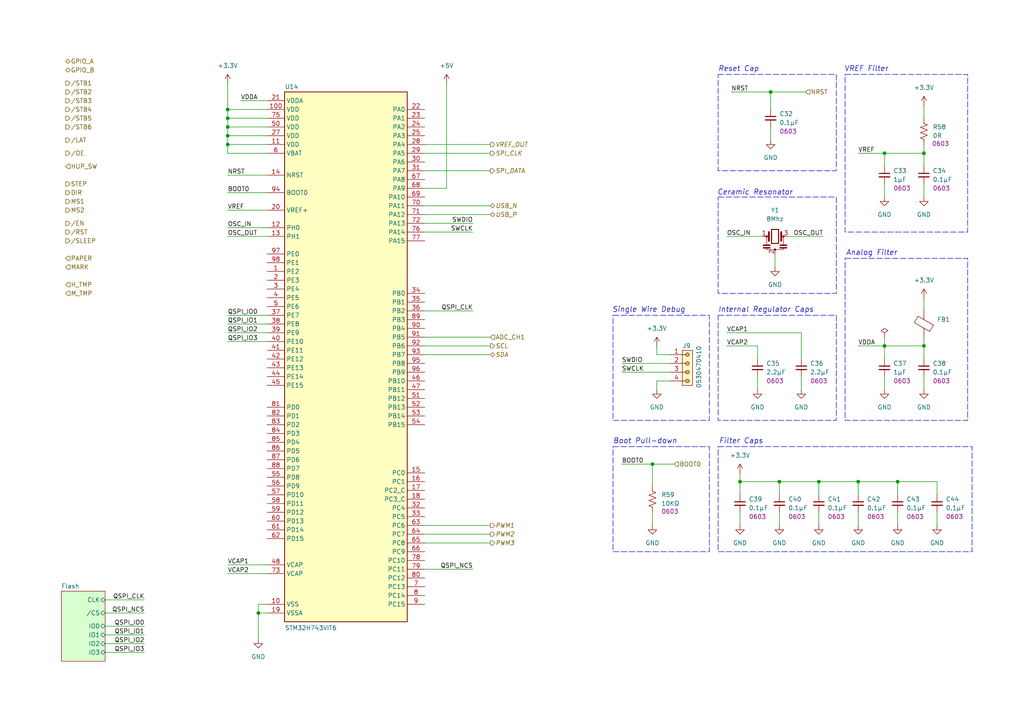
<source format=kicad_sch>
(kicad_sch (version 20250114) (generator "eeschema") (generator_version "9.0")
  (paper "A4")
  (title_block (title "Lark Print Engine") (date "2025-10-08") (rev "01.00.01") (comment 1 "Thermal Print Engine") (comment 2 "Designer: HamSlices") (comment 3 "The Lark Project"))
  (lib_symbols
    (symbol "Molex:0530470410" (pin_names (offset 1.016) (hide yes))
      (property "Reference" "J" (at -1.27 2.286 0))
      (property "Value" "0530470410" (at 0.254 -10.414 0))
      (symbol "0530470410_0_1"
        (polyline (pts (xy 0.508 0) (xy 1.27 0)))
        (polyline (pts (xy 0.508 -5.08) (xy 1.27 -5.08)))
        (polyline (pts (xy 1.27 -2.54) (xy 0.508 -2.54)))
        (polyline (pts (xy 1.27 -7.62) (xy 0.508 -7.62)))
      )
      (symbol "0530470410_1_1"
        (rectangle (start -1.524 1.27) (end 1.524 -8.89) (fill (type background)))
        (circle (center 0 0) (radius 0.508) (fill (type color) (color 255 170 149 1)))
        (circle (center 0 -2.54) (radius 0.508) (fill (type color) (color 255 169 150 1)))
        (circle (center 0 -5.08) (radius 0.508) (fill (type color) (color 255 170 149 1)))
        (circle (center 0 -7.62) (radius 0.508) (fill (type color) (color 255 169 150 1)))
        (pin passive line (at 5.08 0 180) (length 3.81) (name "Pin_1") (number "1"))
        (pin passive line (at 5.08 -2.54 180) (length 3.81) (name "Pin_2") (number "2"))
        (pin passive line (at 5.08 -5.08 180) (length 3.81) (name "Pin_3") (number "3"))
        (pin passive line (at 5.08 -7.62 180) (length 3.81) (name "Pin_4") (number "4"))
      )
    )
    (symbol "Murata Electronics:CSTNE8M00G550000R0" (pin_names (offset 1.016) (hide yes))
      (property "Reference" "Y" (at 0 5.715 0))
      (property "Value" "8Mhz" (at 0 3.81 0))
      (symbol "CSTNE8M00G550000R0_0_1"
        (rectangle (start -3.429 -2.413) (end -1.397 -2.667) (fill (type outline)))
        (rectangle (start -3.429 -3.175) (end -1.397 -3.429) (fill (type outline)))
        (circle (center -2.413 0) (radius 0.254) (fill (type outline)))
        (polyline (pts (xy -2.413 -2.413) (xy -2.413 0)))
        (polyline (pts (xy -1.905 0) (xy -3.175 0)))
        (polyline (pts (xy -1.778 -1.27) (xy -1.778 1.27)) (stroke (width 0.508)))
        (rectangle (start -1.016 2.032) (end 1.016 -2.032) (stroke (width 0.3048)))
        (circle (center 0 -3.81) (radius 0.254) (fill (type outline)))
        (rectangle (start 1.397 -2.413) (end 3.429 -2.667) (fill (type outline)))
        (rectangle (start 1.397 -3.175) (end 3.429 -3.429) (fill (type outline)))
        (polyline (pts (xy 1.778 -1.27) (xy 1.778 1.27)) (stroke (width 0.508)))
        (polyline (pts (xy 1.905 0) (xy 2.54 0)))
        (polyline (pts (xy 2.413 0) (xy 2.413 -2.54)))
        (circle (center 2.413 0) (radius 0.254) (fill (type outline)))
        (polyline (pts (xy 2.413 -3.302) (xy 2.413 -3.81) (xy -2.413 -3.81) (xy -2.413 -3.302)))
      )
      (symbol "CSTNE8M00G550000R0_1_1"
        (pin passive line (at -3.81 0 0) (length 1.27) (name "1") (number "1"))
        (pin passive line (at 0 -5.08 90) (length 1.27) (name "2") (number "2"))
        (pin passive line (at 3.81 0 180) (length 1.27) (name "3") (number "3"))
      )
    )
    (symbol "Murata Electronics:Capacitor" (pin_numbers (hide yes)) (pin_names (offset 0.254) (hide yes))
      (property "Reference" "C" (at 0.254 1.778 0))
      (property "Value" "Capacitor" (at 0.254 -2.032 0))
      (symbol "Capacitor_0_1"
        (polyline (pts (xy -1.524 0.508) (xy 1.524 0.508)) (stroke (width 0.3048)))
        (polyline (pts (xy -1.524 -0.508) (xy 1.524 -0.508)) (stroke (width 0.3302)))
      )
      (symbol "Capacitor_1_1"
        (pin passive line (at 0 2.54 270) (length 2.032) (name "~") (number "1"))
        (pin passive line (at 0 -2.54 90) (length 2.032) (name "~") (number "2"))
      )
    )
    (symbol "STMicroelectronics:STM32H743VIT6"
      (property "Reference" "U" (at -18.034 89.154 0))
      (property "Value" "STM32H743VIT6" (at -17.272 -68.072 0))
      (symbol "STM32H743VIT6_0_1"
        (rectangle (start -17.78 87.63) (end 17.78 -66.04) (stroke (width 0.254)) (fill (type background)))
      )
      (symbol "STM32H743VIT6_1_1"
        (pin power_in line (at -22.86 85.09 0) (length 5.08) (name "VDDA") (number "21"))
        (pin power_in line (at -22.86 82.55 0) (length 5.08) (name "VDD") (number "100"))
        (pin power_in line (at -22.86 80.01 0) (length 5.08) (name "VDD") (number "75"))
        (pin power_in line (at -22.86 77.47 0) (length 5.08) (name "VDD") (number "50"))
        (pin power_in line (at -22.86 74.93 0) (length 5.08) (name "VDD") (number "27"))
        (pin power_in line (at -22.86 72.39 0) (length 5.08) (name "VDD") (number "11"))
        (pin power_in line (at -22.86 69.85 0) (length 5.08) (name "VBAT") (number "6"))
        (pin input line (at -22.86 63.5 0) (length 5.08) (name "NRST") (number "14"))
        (pin input line (at -22.86 58.42 0) (length 5.08) (name "BOOT0") (number "94"))
        (pin input line (at -22.86 53.34 0) (length 5.08) (name "VREF+") (number "20"))
        (pin bidirectional line (at -22.86 48.26 0) (length 5.08) (name "PH0") (number "12"))
        (pin bidirectional line (at -22.86 45.72 0) (length 5.08) (name "PH1") (number "13"))
        (pin bidirectional line (at -22.86 40.64 0) (length 5.08) (name "PE0") (number "97"))
        (pin bidirectional line (at -22.86 38.1 0) (length 5.08) (name "PE1") (number "98"))
        (pin bidirectional line (at -22.86 35.56 0) (length 5.08) (name "PE2") (number "1"))
        (pin bidirectional line (at -22.86 33.02 0) (length 5.08) (name "PE3") (number "2"))
        (pin bidirectional line (at -22.86 30.48 0) (length 5.08) (name "PE4") (number "3"))
        (pin bidirectional line (at -22.86 27.94 0) (length 5.08) (name "PE5") (number "4"))
        (pin bidirectional line (at -22.86 25.4 0) (length 5.08) (name "PE6") (number "5"))
        (pin bidirectional line (at -22.86 22.86 0) (length 5.08) (name "PE7") (number "37"))
        (pin bidirectional line (at -22.86 20.32 0) (length 5.08) (name "PE8") (number "38"))
        (pin bidirectional line (at -22.86 17.78 0) (length 5.08) (name "PE9") (number "39"))
        (pin bidirectional line (at -22.86 15.24 0) (length 5.08) (name "PE10") (number "40"))
        (pin bidirectional line (at -22.86 12.7 0) (length 5.08) (name "PE11") (number "41"))
        (pin bidirectional line (at -22.86 10.16 0) (length 5.08) (name "PE12") (number "42"))
        (pin bidirectional line (at -22.86 7.62 0) (length 5.08) (name "PE13") (number "43"))
        (pin bidirectional line (at -22.86 5.08 0) (length 5.08) (name "PE14") (number "44"))
        (pin bidirectional line (at -22.86 2.54 0) (length 5.08) (name "PE15") (number "45"))
        (pin bidirectional line (at -22.86 -3.81 0) (length 5.08) (name "PD0") (number "81"))
        (pin bidirectional line (at -22.86 -6.35 0) (length 5.08) (name "PD1") (number "82"))
        (pin bidirectional line (at -22.86 -8.89 0) (length 5.08) (name "PD2") (number "83"))
        (pin bidirectional line (at -22.86 -11.43 0) (length 5.08) (name "PD3") (number "84"))
        (pin bidirectional line (at -22.86 -13.97 0) (length 5.08) (name "PD4") (number "85"))
        (pin bidirectional line (at -22.86 -16.51 0) (length 5.08) (name "PD5") (number "86"))
        (pin bidirectional line (at -22.86 -19.05 0) (length 5.08) (name "PD6") (number "87"))
        (pin bidirectional line (at -22.86 -21.59 0) (length 5.08) (name "PD7") (number "88"))
        (pin bidirectional line (at -22.86 -24.13 0) (length 5.08) (name "PD8") (number "55"))
        (pin bidirectional line (at -22.86 -26.67 0) (length 5.08) (name "PD9") (number "56"))
        (pin bidirectional line (at -22.86 -29.21 0) (length 5.08) (name "PD10") (number "57"))
        (pin bidirectional line (at -22.86 -31.75 0) (length 5.08) (name "PD11") (number "58"))
        (pin bidirectional line (at -22.86 -34.29 0) (length 5.08) (name "PD12") (number "59"))
        (pin bidirectional line (at -22.86 -36.83 0) (length 5.08) (name "PD13") (number "60"))
        (pin bidirectional line (at -22.86 -39.37 0) (length 5.08) (name "PD14") (number "61"))
        (pin bidirectional line (at -22.86 -41.91 0) (length 5.08) (name "PD15") (number "62"))
        (pin power_out line (at -22.86 -49.53 0) (length 5.08) (name "VCAP") (number "48"))
        (pin power_out line (at -22.86 -52.07 0) (length 5.08) (name "VCAP") (number "73"))
        (pin power_in line (at -22.86 -60.96 0) (length 5.08) (name "VSS") (number "10"))
        (pin passive line (at -22.86 -60.96 0) (length 5.08) (hide yes) (name "VSS") (number "26"))
        (pin passive line (at -22.86 -60.96 0) (length 5.08) (hide yes) (name "VSS") (number "49"))
        (pin passive line (at -22.86 -60.96 0) (length 5.08) (hide yes) (name "VSS") (number "74"))
        (pin passive line (at -22.86 -60.96 0) (length 5.08) (hide yes) (name "VSS") (number "99"))
        (pin power_in line (at -22.86 -63.5 0) (length 5.08) (name "VSSA") (number "19"))
        (pin bidirectional line (at 22.86 82.55 180) (length 5.08) (name "PA0") (number "22"))
        (pin bidirectional line (at 22.86 80.01 180) (length 5.08) (name "PA1") (number "23"))
        (pin bidirectional line (at 22.86 77.47 180) (length 5.08) (name "PA2") (number "24"))
        (pin bidirectional line (at 22.86 74.93 180) (length 5.08) (name "PA3") (number "25"))
        (pin bidirectional line (at 22.86 72.39 180) (length 5.08) (name "PA4") (number "28"))
        (pin bidirectional line (at 22.86 69.85 180) (length 5.08) (name "PA5") (number "29"))
        (pin bidirectional line (at 22.86 67.31 180) (length 5.08) (name "PA6") (number "30"))
        (pin bidirectional line (at 22.86 64.77 180) (length 5.08) (name "PA7") (number "31"))
        (pin bidirectional line (at 22.86 62.23 180) (length 5.08) (name "PA8") (number "67"))
        (pin bidirectional line (at 22.86 59.69 180) (length 5.08) (name "PA9") (number "68"))
        (pin bidirectional line (at 22.86 57.15 180) (length 5.08) (name "PA10") (number "69"))
        (pin bidirectional line (at 22.86 54.61 180) (length 5.08) (name "PA11") (number "70"))
        (pin bidirectional line (at 22.86 52.07 180) (length 5.08) (name "PA12") (number "71"))
        (pin bidirectional line (at 22.86 49.53 180) (length 5.08) (name "PA13") (number "72"))
        (pin bidirectional line (at 22.86 46.99 180) (length 5.08) (name "PA14") (number "76"))
        (pin bidirectional line (at 22.86 44.45 180) (length 5.08) (name "PA15") (number "77"))
        (pin bidirectional line (at 22.86 29.21 180) (length 5.08) (name "PB0") (number "34"))
        (pin bidirectional line (at 22.86 26.67 180) (length 5.08) (name "PB1") (number "35"))
        (pin bidirectional line (at 22.86 24.13 180) (length 5.08) (name "PB2") (number "36"))
        (pin bidirectional line (at 22.86 21.59 180) (length 5.08) (name "PB3") (number "89"))
        (pin bidirectional line (at 22.86 19.05 180) (length 5.08) (name "PB4") (number "90"))
        (pin bidirectional line (at 22.86 16.51 180) (length 5.08) (name "PB5") (number "91"))
        (pin bidirectional line (at 22.86 13.97 180) (length 5.08) (name "PB6") (number "92"))
        (pin bidirectional line (at 22.86 11.43 180) (length 5.08) (name "PB7") (number "93"))
        (pin bidirectional line (at 22.86 8.89 180) (length 5.08) (name "PB8") (number "95"))
        (pin bidirectional line (at 22.86 6.35 180) (length 5.08) (name "PB9") (number "96"))
        (pin bidirectional line (at 22.86 3.81 180) (length 5.08) (name "PB10") (number "46"))
        (pin bidirectional line (at 22.86 1.27 180) (length 5.08) (name "PB11") (number "47"))
        (pin bidirectional line (at 22.86 -1.27 180) (length 5.08) (name "PB12") (number "51"))
        (pin bidirectional line (at 22.86 -3.81 180) (length 5.08) (name "PB13") (number "52"))
        (pin bidirectional line (at 22.86 -6.35 180) (length 5.08) (name "PB14") (number "53"))
        (pin bidirectional line (at 22.86 -8.89 180) (length 5.08) (name "PB15") (number "54"))
        (pin bidirectional line (at 22.86 -22.86 180) (length 5.08) (name "PC0") (number "15"))
        (pin bidirectional line (at 22.86 -25.4 180) (length 5.08) (name "PC1") (number "16"))
        (pin bidirectional line (at 22.86 -27.94 180) (length 5.08) (name "PC2_C") (number "17"))
        (pin bidirectional line (at 22.86 -30.48 180) (length 5.08) (name "PC3_C") (number "18"))
        (pin bidirectional line (at 22.86 -33.02 180) (length 5.08) (name "PC4") (number "32"))
        (pin bidirectional line (at 22.86 -35.56 180) (length 5.08) (name "PC5") (number "33"))
        (pin bidirectional line (at 22.86 -38.1 180) (length 5.08) (name "PC6") (number "63"))
        (pin bidirectional line (at 22.86 -40.64 180) (length 5.08) (name "PC7") (number "64"))
        (pin bidirectional line (at 22.86 -43.18 180) (length 5.08) (name "PC8") (number "65"))
        (pin bidirectional line (at 22.86 -45.72 180) (length 5.08) (name "PC9") (number "66"))
        (pin bidirectional line (at 22.86 -48.26 180) (length 5.08) (name "PC10") (number "78"))
        (pin bidirectional line (at 22.86 -50.8 180) (length 5.08) (name "PC11") (number "79"))
        (pin bidirectional line (at 22.86 -53.34 180) (length 5.08) (name "PC12") (number "80"))
        (pin bidirectional line (at 22.86 -55.88 180) (length 5.08) (name "PC13") (number "7"))
        (pin bidirectional line (at 22.86 -58.42 180) (length 5.08) (name "PC14") (number "8"))
        (pin bidirectional line (at 22.86 -60.96 180) (length 5.08) (name "PC15") (number "9"))
      )
    )
    (symbol "Stackpole:Resistor" (pin_numbers (hide yes)) (pin_names (offset 0))
      (property "Reference" "R" (at 2.54 0 90))
      (property "Value" "Resistor" (at -2.54 0 90))
      (symbol "Resistor_0_1"
        (polyline (pts (xy 0 2.286) (xy 0 2.54)))
        (polyline (pts (xy 0 2.286) (xy 1.016 1.905) (xy 0 1.524) (xy -1.016 1.143) (xy 0 0.762)))
        (polyline (pts (xy 0 0.762) (xy 1.016 0.381) (xy 0 0) (xy -1.016 -0.381) (xy 0 -0.762)))
        (polyline (pts (xy 0 -0.762) (xy 1.016 -1.143) (xy 0 -1.524) (xy -1.016 -1.905) (xy 0 -2.286)))
        (polyline (pts (xy 0 -2.286) (xy 0 -2.54)))
      )
      (symbol "Resistor_1_1"
        (pin passive line (at 0 3.81 270) (length 1.27) (name "~") (number "1"))
        (pin passive line (at 0 -3.81 90) (length 1.27) (name "~") (number "2"))
      )
    )
    (symbol "TDK Corporation:MPZ1608S221ATA00" (pin_numbers (hide yes)) (pin_names (offset 0))
      (property "Reference" "FB" (at -3.81 0.635 90))
      (property "Value" "MPZ1608S221ATA00" (at 3.81 0 90))
      (symbol "MPZ1608S221ATA00_0_1"
        (polyline (pts (xy -2.7686 0.4064) (xy -1.7018 2.2606) (xy 2.7686 -0.3048) (xy 1.6764 -2.159) (xy -2.7686 0.4064)))
        (polyline (pts (xy 0 1.27) (xy 0 1.2954)))
        (polyline (pts (xy 0 -1.27) (xy 0 -1.2192)))
      )
      (symbol "MPZ1608S221ATA00_1_1"
        (pin passive line (at 0 3.81 270) (length 2.54) (name "~") (number "1"))
        (pin passive line (at 0 -3.81 90) (length 2.54) (name "~") (number "2"))
      )
    )
    (symbol "power:+3.3V" (power) (pin_numbers (hide yes)) (pin_names (offset 0) (hide yes))
      (property "Value" "+3.3V" (at 0 3.556 0))
      (symbol "+3.3V_0_1"
        (polyline (pts (xy -0.762 1.27) (xy 0 2.54)))
        (polyline (pts (xy 0 2.54) (xy 0.762 1.27)))
        (polyline (pts (xy 0 0) (xy 0 2.54)))
      )
      (symbol "+3.3V_1_1"
        (pin power_in line (at 0 0 90) (length 0) (name "~") (number "1"))
      )
    )
    (symbol "power:+5V" (power) (pin_numbers (hide yes)) (pin_names (offset 0) (hide yes))
      (property "Value" "+5V" (at 0 3.556 0))
      (symbol "+5V_0_1"
        (polyline (pts (xy -0.762 1.27) (xy 0 2.54)))
        (polyline (pts (xy 0 2.54) (xy 0.762 1.27)))
        (polyline (pts (xy 0 0) (xy 0 2.54)))
      )
      (symbol "+5V_1_1"
        (pin power_in line (at 0 0 90) (length 0) (name "~") (number "1"))
      )
    )
    (symbol "power:GND" (power) (pin_numbers (hide yes)) (pin_names (offset 0) (hide yes))
      (property "Value" "GND" (at 0 -3.81 0))
      (symbol "GND_0_1"
        (polyline (pts (xy 0 0) (xy 0 -1.27) (xy 1.27 -1.27) (xy 0 -2.54) (xy -1.27 -1.27) (xy 0 -1.27)))
      )
      (symbol "GND_1_1"
        (pin power_in line (at 0 0 270) (length 0) (name "~") (number "1"))
      )
    )
    (symbol "power:PWR_FLAG" (power) (pin_numbers (hide yes)) (pin_names (offset 0) (hide yes))
      (property "Value" "PWR_FLAG" (at 0 3.81 0))
      (symbol "PWR_FLAG_0_0"
        (pin power_out line (at 0 0 90) (length 0) (name "~") (number "1"))
      )
      (symbol "PWR_FLAG_0_1"
        (polyline (pts (xy 0 0) (xy 0 1.27) (xy -1.016 1.905) (xy 0 2.54) (xy 1.016 1.905) (xy 0 1.27)))
      )
    )
  )
  (rectangle (start 208.28 91.44) (end 242.57 121.92) (stroke (width 0) (type dash)))
  (rectangle (start 208.28 21.59) (end 242.57 49.53) (stroke (width 0) (type dash)))
  (rectangle (start 245.11 21.59) (end 280.67 67.31) (stroke (width 0) (type dash)))
  (rectangle (start 177.8 91.44) (end 205.74 121.92) (stroke (width 0) (type dash)))
  (rectangle (start 245.11 74.93) (end 280.67 121.92) (stroke (width 0) (type dash)))
  (rectangle (start 208.28 129.54) (end 281.94 160.02) (stroke (width 0) (type dash)))
  (rectangle (start 177.8 129.54) (end 205.74 160.02) (stroke (width 0) (type dash)))
  (rectangle (start 208.28 57.15) (end 242.57 85.09) (stroke (width 0) (type dash)))
  (text "Internal Regulator Caps" (at 208.28 89.916 0) (effects (font (size 1.524 1.524) (italic yes)) (justify left)))
  (text "VREF Filter" (at 244.856 20.066 0) (effects (font (size 1.524 1.524) (italic yes)) (justify left)))
  (text "Reset Cap" (at 208.28 20.066 0) (effects (font (size 1.524 1.524) (italic yes)) (justify left)))
  (text "Single Wire Debug" (at 177.546 89.916 0) (effects (font (size 1.524 1.524) (italic yes)) (justify left)))
  (text "Ceramic Resonator" (at 208.026 55.88 0) (effects (font (size 1.524 1.524) (italic yes)) (justify left)))
  (text "Analog Filter" (at 245.364 73.406 0) (effects (font (size 1.524 1.524) (italic yes)) (justify left)))
  (text "Filter Caps" (at 208.534 128.016 0) (effects (font (size 1.524 1.524) (italic yes)) (justify left)))
  (text "Boot Pull-down" (at 177.8 128.016 0) (effects (font (size 1.524 1.524) (italic yes)) (justify left)))
  (junction (at 66.04 39.37))
  (junction (at 256.54 100.33))
  (junction (at 256.54 44.45))
  (junction (at 74.93 177.8))
  (junction (at 214.63 139.7))
  (junction (at 226.06 139.7))
  (junction (at 237.49 139.7))
  (junction (at 267.97 100.33))
  (junction (at 260.35 139.7))
  (junction (at 267.97 44.45))
  (junction (at 223.52 26.67))
  (junction (at 66.04 41.91))
  (junction (at 66.04 31.75))
  (junction (at 248.92 139.7))
  (junction (at 66.04 36.83))
  (junction (at 189.23 134.62))
  (junction (at 66.04 34.29))
  (wire (pts (xy 66.04 91.44) (xy 77.47 91.44)))
  (wire (pts (xy 142.24 100.33) (xy 123.19 100.33)))
  (wire (pts (xy 248.92 100.33) (xy 256.54 100.33)))
  (wire (pts (xy 248.92 148.59) (xy 248.92 152.4)))
  (wire (pts (xy 69.85 29.21) (xy 77.47 29.21)))
  (wire (pts (xy 248.92 139.7) (xy 248.92 143.51)))
  (wire (pts (xy 123.19 90.17) (xy 137.16 90.17)))
  (wire (pts (xy 66.04 31.75) (xy 66.04 34.29)))
  (wire (pts (xy 66.04 41.91) (xy 66.04 44.45)))
  (wire (pts (xy 66.04 163.83) (xy 77.47 163.83)))
  (wire (pts (xy 219.71 109.22) (xy 219.71 113.03)))
  (wire (pts (xy 194.31 102.87) (xy 190.5 102.87)))
  (wire (pts (xy 66.04 39.37) (xy 77.47 39.37)))
  (wire (pts (xy 256.54 100.33) (xy 256.54 104.14)))
  (wire (pts (xy 180.34 107.95) (xy 194.31 107.95)))
  (wire (pts (xy 123.19 44.45) (xy 142.24 44.45)))
  (wire (pts (xy 66.04 24.13) (xy 66.04 31.75)))
  (wire (pts (xy 267.97 109.22) (xy 267.97 113.03)))
  (wire (pts (xy 66.04 50.8) (xy 77.47 50.8)))
  (wire (pts (xy 271.78 139.7) (xy 260.35 139.7)))
  (wire (pts (xy 212.09 26.67) (xy 223.52 26.67)))
  (wire (pts (xy 123.19 41.91) (xy 142.24 41.91)))
  (wire (pts (xy 248.92 44.45) (xy 256.54 44.45)))
  (wire (pts (xy 267.97 30.48) (xy 267.97 34.29)))
  (wire (pts (xy 66.04 31.75) (xy 77.47 31.75)))
  (wire (pts (xy 66.04 60.96) (xy 77.47 60.96)))
  (wire (pts (xy 30.48 177.8) (xy 41.91 177.8)))
  (wire (pts (xy 232.41 104.14) (xy 232.41 96.52)))
  (wire (pts (xy 256.54 97.79) (xy 256.54 100.33)))
  (wire (pts (xy 123.19 152.4) (xy 142.24 152.4)))
  (wire (pts (xy 260.35 148.59) (xy 260.35 152.4)))
  (wire (pts (xy 74.93 177.8) (xy 77.47 177.8)))
  (wire (pts (xy 123.19 54.61) (xy 129.54 54.61)))
  (wire (pts (xy 219.71 104.14) (xy 219.71 100.33)))
  (wire (pts (xy 223.52 36.83) (xy 223.52 40.64)))
  (wire (pts (xy 189.23 134.62) (xy 189.23 140.97)))
  (wire (pts (xy 180.34 134.62) (xy 189.23 134.62)))
  (wire (pts (xy 260.35 139.7) (xy 248.92 139.7)))
  (wire (pts (xy 123.19 157.48) (xy 142.24 157.48)))
  (wire (pts (xy 224.79 73.66) (xy 224.79 77.47)))
  (wire (pts (xy 256.54 53.34) (xy 256.54 57.15)))
  (wire (pts (xy 123.19 62.23) (xy 142.24 62.23)))
  (wire (pts (xy 237.49 148.59) (xy 237.49 152.4)))
  (wire (pts (xy 267.97 97.79) (xy 267.97 100.33)))
  (wire (pts (xy 66.04 34.29) (xy 77.47 34.29)))
  (wire (pts (xy 190.5 110.49) (xy 194.31 110.49)))
  (wire (pts (xy 189.23 134.62) (xy 195.58 134.62)))
  (wire (pts (xy 30.48 189.23) (xy 41.91 189.23)))
  (wire (pts (xy 123.19 64.77) (xy 137.16 64.77)))
  (wire (pts (xy 256.54 44.45) (xy 267.97 44.45)))
  (wire (pts (xy 180.34 105.41) (xy 194.31 105.41)))
  (wire (pts (xy 226.06 139.7) (xy 226.06 143.51)))
  (wire (pts (xy 210.82 68.58) (xy 220.98 68.58)))
  (wire (pts (xy 256.54 109.22) (xy 256.54 113.03)))
  (wire (pts (xy 66.04 99.06) (xy 77.47 99.06)))
  (wire (pts (xy 66.04 41.91) (xy 77.47 41.91)))
  (wire (pts (xy 123.19 154.94) (xy 142.24 154.94)))
  (wire (pts (xy 248.92 139.7) (xy 237.49 139.7)))
  (wire (pts (xy 267.97 86.36) (xy 267.97 90.17)))
  (wire (pts (xy 267.97 53.34) (xy 267.97 57.15)))
  (wire (pts (xy 30.48 184.15) (xy 41.91 184.15)))
  (wire (pts (xy 232.41 109.22) (xy 232.41 113.03)))
  (wire (pts (xy 30.48 186.69) (xy 41.91 186.69)))
  (wire (pts (xy 190.5 102.87) (xy 190.5 100.33)))
  (wire (pts (xy 30.48 173.99) (xy 41.91 173.99)))
  (wire (pts (xy 256.54 44.45) (xy 256.54 48.26)))
  (wire (pts (xy 190.5 113.03) (xy 190.5 110.49)))
  (wire (pts (xy 66.04 66.04) (xy 77.47 66.04)))
  (wire (pts (xy 210.82 100.33) (xy 219.71 100.33)))
  (wire (pts (xy 77.47 175.26) (xy 74.93 175.26)))
  (wire (pts (xy 74.93 177.8) (xy 74.93 185.42)))
  (wire (pts (xy 214.63 148.59) (xy 214.63 152.4)))
  (wire (pts (xy 66.04 166.37) (xy 77.47 166.37)))
  (wire (pts (xy 214.63 139.7) (xy 214.63 143.51)))
  (wire (pts (xy 66.04 96.52) (xy 77.47 96.52)))
  (wire (pts (xy 123.19 67.31) (xy 137.16 67.31)))
  (wire (pts (xy 66.04 36.83) (xy 77.47 36.83)))
  (wire (pts (xy 267.97 100.33) (xy 267.97 104.14)))
  (wire (pts (xy 66.04 36.83) (xy 66.04 39.37)))
  (wire (pts (xy 123.19 102.87) (xy 142.24 102.87)))
  (wire (pts (xy 271.78 143.51) (xy 271.78 139.7)))
  (wire (pts (xy 237.49 139.7) (xy 237.49 143.51)))
  (wire (pts (xy 260.35 139.7) (xy 260.35 143.51)))
  (wire (pts (xy 66.04 93.98) (xy 77.47 93.98)))
  (wire (pts (xy 214.63 137.16) (xy 214.63 139.7)))
  (wire (pts (xy 189.23 148.59) (xy 189.23 152.4)))
  (wire (pts (xy 228.6 68.58) (xy 238.76 68.58)))
  (wire (pts (xy 66.04 55.88) (xy 77.47 55.88)))
  (wire (pts (xy 123.19 97.79) (xy 142.24 97.79)))
  (wire (pts (xy 256.54 100.33) (xy 267.97 100.33)))
  (wire (pts (xy 226.06 148.59) (xy 226.06 152.4)))
  (wire (pts (xy 123.19 49.53) (xy 142.24 49.53)))
  (wire (pts (xy 271.78 148.59) (xy 271.78 152.4)))
  (wire (pts (xy 123.19 165.1) (xy 137.16 165.1)))
  (wire (pts (xy 66.04 34.29) (xy 66.04 36.83)))
  (wire (pts (xy 210.82 96.52) (xy 232.41 96.52)))
  (wire (pts (xy 223.52 26.67) (xy 233.68 26.67)))
  (wire (pts (xy 66.04 44.45) (xy 77.47 44.45)))
  (wire (pts (xy 30.48 181.61) (xy 41.91 181.61)))
  (wire (pts (xy 267.97 44.45) (xy 267.97 48.26)))
  (wire (pts (xy 66.04 39.37) (xy 66.04 41.91)))
  (wire (pts (xy 226.06 139.7) (xy 214.63 139.7)))
  (wire (pts (xy 223.52 26.67) (xy 223.52 31.75)))
  (wire (pts (xy 237.49 139.7) (xy 226.06 139.7)))
  (wire (pts (xy 123.19 59.69) (xy 142.24 59.69)))
  (wire (pts (xy 129.54 24.13) (xy 129.54 54.61)))
  (wire (pts (xy 267.97 41.91) (xy 267.97 44.45)))
  (wire (pts (xy 66.04 68.58) (xy 77.47 68.58)))
  (wire (pts (xy 74.93 175.26) (xy 74.93 177.8)))
  (label "VCAP1" (at 210.82 96.52 0))
  (label "NRST" (at 212.09 26.67 0))
  (label "VCAP2" (at 66.04 166.37 0))
  (label "SWDIO" (at 137.16 64.77 180))
  (label "NRST" (at 66.04 50.8 0))
  (label "VDDA" (at 69.85 29.21 0))
  (label "SWDIO" (at 180.34 105.41 0))
  (label "VCAP1" (at 66.04 163.83 0))
  (label "QSPI_CLK" (at 41.91 173.99 180))
  (label "VDDA" (at 248.92 100.33 0))
  (label "QSPI_IO1" (at 66.04 93.98 0))
  (label "OSC_OUT" (at 66.04 68.58 0))
  (label "QSPI_IO3" (at 41.91 189.23 180))
  (label "QSPI_IO2" (at 66.04 96.52 0))
  (label "OSC_OUT" (at 238.76 68.58 180))
  (label "VREF" (at 248.92 44.45 0))
  (label "SWCLK" (at 180.34 107.95 0))
  (label "VREF" (at 66.04 60.96 0))
  (label "OSC_IN" (at 210.82 68.58 0))
  (label "BOOT0" (at 180.34 134.62 0))
  (label "QSPI_CLK" (at 137.16 90.17 180))
  (label "QSPI_IO1" (at 41.91 184.15 180))
  (label "OSC_IN" (at 66.04 66.04 0))
  (label "BOOT0" (at 66.04 55.88 0))
  (label "QSPI_IO0" (at 41.91 181.61 180))
  (label "QSPI_NCS" (at 41.91 177.8 180))
  (label "QSPI_IO3" (at 66.04 99.06 0))
  (label "QSPI_NCS" (at 137.16 165.1 180))
  (label "VCAP2" (at 210.82 100.33 0))
  (label "QSPI_IO0" (at 66.04 91.44 0))
  (label "SWCLK" (at 137.16 67.31 180))
  (label "QSPI_IO2" (at 41.91 186.69 180))
  (hierarchical_label "DIR" (shape output) (at 19.05 55.88 0))
  (hierarchical_label "{slash}STB1" (shape output) (at 19.05 24.13 0))
  (hierarchical_label "{slash}RST" (shape output) (at 19.05 67.31 0))
  (hierarchical_label "HUP_SW" (shape input) (at 19.05 48.26 0))
  (hierarchical_label "{slash}OE" (shape output) (at 19.05 44.45 0))
  (hierarchical_label "{slash}STB3" (shape output) (at 19.05 29.21 0))
  (hierarchical_label "PAPER" (shape input) (at 19.05 74.93 0))
  (hierarchical_label "SPI_DATA" (shape output) (at 142.24 49.53 0) (effects (font (italic yes))))
  (hierarchical_label "M_TMP" (shape input) (at 19.05 85.09 0))
  (hierarchical_label "{slash}STB5" (shape output) (at 19.05 34.29 0))
  (hierarchical_label "SCL" (shape output) (at 142.24 100.33 0) (effects (font (italic yes))))
  (hierarchical_label "{slash}EN" (shape output) (at 19.05 64.77 0))
  (hierarchical_label "ADC_CH1" (shape input) (at 142.24 97.79 0))
  (hierarchical_label "PWM1" (shape output) (at 142.24 152.4 0) (effects (font (italic yes))))
  (hierarchical_label "VREF_OUT" (shape output) (at 142.24 41.91 0) (effects (font (italic yes))))
  (hierarchical_label "GPIO_B" (shape bidirectional) (at 19.05 20.32 0))
  (hierarchical_label "{slash}STB6" (shape output) (at 19.05 36.83 0))
  (hierarchical_label "{slash}STB2" (shape output) (at 19.05 26.67 0))
  (hierarchical_label "SDA" (shape bidirectional) (at 142.24 102.87 0) (effects (font (italic yes))))
  (hierarchical_label "MS2" (shape output) (at 19.05 60.96 0))
  (hierarchical_label "H_TMP" (shape input) (at 19.05 82.55 0))
  (hierarchical_label "MS1" (shape output) (at 19.05 58.42 0))
  (hierarchical_label "USB_N" (shape bidirectional) (at 142.24 59.69 0) (effects (font (italic yes))))
  (hierarchical_label "BOOT0" (shape input) (at 195.58 134.62 0))
  (hierarchical_label "MARK" (shape input) (at 19.05 77.47 0))
  (hierarchical_label "SPI_CLK" (shape output) (at 142.24 44.45 0) (effects (font (italic yes))))
  (hierarchical_label "GPIO_A" (shape bidirectional) (at 19.05 17.78 0))
  (hierarchical_label "NRST" (shape input) (at 233.68 26.67 0))
  (hierarchical_label "{slash}LAT" (shape output) (at 19.05 40.64 0))
  (hierarchical_label "{slash}SLEEP" (shape output) (at 19.05 69.85 0))
  (hierarchical_label "{slash}STB4" (shape output) (at 19.05 31.75 0))
  (hierarchical_label "USB_P" (shape bidirectional) (at 142.24 62.23 0) (effects (font (italic yes))))
  (hierarchical_label "STEP" (shape output) (at 19.05 53.34 0))
  (hierarchical_label "PWM2" (shape output) (at 142.24 154.94 0) (effects (font (italic yes))))
  (hierarchical_label "PWM3" (shape output) (at 142.24 157.48 0) (effects (font (italic yes))))
  (symbol (lib_id "Murata Electronics:CSTNE8M00G550000R0") (at 224.79 68.58 0) (unit 1)
    (property "Reference" "Y1" (at 224.79 60.96 0))
    (property "Value" "8Mhz" (at 224.79 63.5 0))
    (property "Footprint" "Murata Electronics:CSTNE8M00G550000R0" (effects (hide yes)))
    (property "Datasheet" "https://www.murata.com/en/products/productdata/8801161740318/SPEC-CSTNE8M00G550000R0.pdf" (effects (hide yes)))
    (property "Description" "Three pin ceramic resonator" (effects (hide yes)))
    (property "MPN" "CSTNE8M00G550000R0" (effects (hide yes)))
  )
  (symbol (lib_id "power:GND") (at 219.71 113.03 0) (unit 1)
    (property "Reference" "#PWR0170" (effects (hide yes)))
    (property "Value" "GND" (at 219.71 118.11 0))
    (property "Description" "Power symbol creates a global label with name \"GND\" , ground" (effects (hide yes)))
  )
  (symbol (lib_id "power:GND") (at 223.52 40.64 0) (unit 1)
    (property "Reference" "#PWR0163" (effects (hide yes)))
    (property "Value" "GND" (at 223.52 45.72 0))
    (property "Description" "Power symbol creates a global label with name \"GND\" , ground" (effects (hide yes)))
  )
  (symbol (lib_id "power:GND") (at 248.92 152.4 0) (unit 1)
    (property "Reference" "#PWR0179" (effects (hide yes)))
    (property "Value" "GND" (at 248.92 157.48 0))
    (property "Description" "Power symbol creates a global label with name \"GND\" , ground" (effects (hide yes)))
  )
  (symbol (lib_id "Murata Electronics:Capacitor") (at 267.97 106.68 0) (unit 1)
    (property "Reference" "C38" (at 270.51 105.4162 0) (effects (justify left)))
    (property "Value" "0.1µF" (at 270.51 107.9562 0) (effects (justify left)))
    (property "Footprint" "Murata Electronics:C_0603" (effects (hide yes)))
    (property "Description" "Unpolarized capacitor, small symbol" (effects (hide yes)))
    (property "Case" "0603" (at 273.05 110.49 0))
    (property "MPN" "GRM188R72A104MA35J" (effects (hide yes)))
  )
  (symbol (lib_id "power:GND") (at 256.54 57.15 0) (unit 1)
    (property "Reference" "#PWR0164" (effects (hide yes)))
    (property "Value" "GND" (at 256.54 62.23 0))
    (property "Description" "Power symbol creates a global label with name \"GND\" , ground" (effects (hide yes)))
  )
  (symbol (lib_id "Murata Electronics:Capacitor") (at 256.54 50.8 0) (unit 1)
    (property "Reference" "C33" (at 259.08 49.5362 0) (effects (justify left)))
    (property "Value" "1µF" (at 259.08 52.0762 0) (effects (justify left)))
    (property "Footprint" "Murata Electronics:C_0603" (effects (hide yes)))
    (property "Description" "Unpolarized capacitor, small symbol" (effects (hide yes)))
    (property "Case" "0603" (at 261.62 54.61 0))
    (property "MPN" "GRM188D71H105KE01J" (effects (hide yes)))
  )
  (symbol (lib_id "Murata Electronics:Capacitor") (at 219.71 106.68 0) (unit 1)
    (property "Reference" "C35" (at 222.25 105.4162 0) (effects (justify left)))
    (property "Value" "2.2µF" (at 222.25 107.9562 0) (effects (justify left)))
    (property "Footprint" "Murata Electronics:C_0603" (effects (hide yes)))
    (property "Description" "Unpolarized capacitor, small symbol" (effects (hide yes)))
    (property "Case" "0603" (at 224.79 110.49 0))
    (property "MPN" "GRM188R61E225KA12J" (effects (hide yes)))
  )
  (symbol (lib_id "Stackpole:Resistor") (at 189.23 144.78 0) (unit 1)
    (property "Reference" "R59" (at 191.77 143.5099 0) (effects (justify left)))
    (property "Value" "10KΩ" (at 191.77 146.0499 0) (effects (justify left)))
    (property "Footprint" "Stackpole:R_0603" (effects (hide yes)))
    (property "Description" "Resistor, US symbol" (effects (hide yes)))
    (property "Power" "1/10W" (effects (hide yes)))
    (property "Case" "0603" (at 194.31 148.336 0))
    (property "MPN" "RMCF0603FG10K0" (effects (hide yes)))
  )
  (symbol (lib_id "Murata Electronics:Capacitor") (at 267.97 50.8 0) (unit 1)
    (property "Reference" "C34" (at 270.51 49.5362 0) (effects (justify left)))
    (property "Value" "0.1µF" (at 270.51 52.0762 0) (effects (justify left)))
    (property "Footprint" "Murata Electronics:C_0603" (effects (hide yes)))
    (property "Description" "Unpolarized capacitor, small symbol" (effects (hide yes)))
    (property "Case" "0603" (at 273.05 54.61 0))
    (property "MPN" "GRM188R72A104MA35J" (effects (hide yes)))
  )
  (symbol (lib_id "power:GND") (at 226.06 152.4 0) (unit 1)
    (property "Reference" "#PWR0177" (effects (hide yes)))
    (property "Value" "GND" (at 226.06 157.48 0))
    (property "Description" "Power symbol creates a global label with name \"GND\" , ground" (effects (hide yes)))
  )
  (symbol (lib_id "Murata Electronics:Capacitor") (at 256.54 106.68 0) (unit 1)
    (property "Reference" "C37" (at 259.08 105.4162 0) (effects (justify left)))
    (property "Value" "1µF" (at 259.08 107.9562 0) (effects (justify left)))
    (property "Footprint" "Murata Electronics:C_0603" (effects (hide yes)))
    (property "Description" "Unpolarized capacitor, small symbol" (effects (hide yes)))
    (property "Case" "0603" (at 261.62 110.49 0))
    (property "MPN" "GRM188D71H105KE01J" (effects (hide yes)))
  )
  (symbol (lib_id "power:GND") (at 190.5 113.03 0) (unit 1)
    (property "Reference" "#PWR0169" (effects (hide yes)))
    (property "Value" "GND" (at 190.5 118.11 0))
    (property "Description" "Power symbol creates a global label with name \"GND\" , ground" (effects (hide yes)))
  )
  (symbol (lib_id "power:GND") (at 256.54 113.03 0) (unit 1)
    (property "Reference" "#PWR0172" (effects (hide yes)))
    (property "Value" "GND" (at 256.54 118.11 0))
    (property "Description" "Power symbol creates a global label with name \"GND\" , ground" (effects (hide yes)))
  )
  (symbol (lib_id "Murata Electronics:Capacitor") (at 226.06 146.05 0) (unit 1)
    (property "Reference" "C40" (at 228.6 144.7862 0) (effects (justify left)))
    (property "Value" "0.1µF" (at 228.6 147.3262 0) (effects (justify left)))
    (property "Footprint" "Murata Electronics:C_0603" (effects (hide yes)))
    (property "Description" "Unpolarized capacitor, small symbol" (effects (hide yes)))
    (property "Case" "0603" (at 231.14 149.86 0))
    (property "MPN" "GRM188R72A104MA35J" (effects (hide yes)))
  )
  (symbol (lib_id "power:GND") (at 260.35 152.4 0) (unit 1)
    (property "Reference" "#PWR0180" (effects (hide yes)))
    (property "Value" "GND" (at 260.35 157.48 0))
    (property "Description" "Power symbol creates a global label with name \"GND\" , ground" (effects (hide yes)))
  )
  (symbol (lib_id "power:GND") (at 232.41 113.03 0) (unit 1)
    (property "Reference" "#PWR0171" (effects (hide yes)))
    (property "Value" "GND" (at 232.41 118.11 0))
    (property "Description" "Power symbol creates a global label with name \"GND\" , ground" (effects (hide yes)))
  )
  (symbol (lib_id "Murata Electronics:Capacitor") (at 237.49 146.05 0) (unit 1)
    (property "Reference" "C41" (at 240.03 144.7862 0) (effects (justify left)))
    (property "Value" "0.1µF" (at 240.03 147.3262 0) (effects (justify left)))
    (property "Footprint" "Murata Electronics:C_0603" (effects (hide yes)))
    (property "Description" "Unpolarized capacitor, small symbol" (effects (hide yes)))
    (property "Case" "0603" (at 242.57 149.86 0))
    (property "MPN" "GRM188R72A104MA35J" (effects (hide yes)))
  )
  (symbol (lib_id "power:PWR_FLAG") (at 256.54 97.79 0) (unit 1)
    (property "Reference" "#FLG06" (effects (hide yes)))
    (property "Value" "PWR_FLAG" (effects (hide yes)))
    (property "Description" "Special symbol for telling ERC where power comes from" (effects (hide yes)))
  )
  (symbol (lib_id "power:+3.3V") (at 267.97 86.36 0) (unit 1)
    (property "Reference" "#PWR0167" (effects (hide yes)))
    (property "Value" "+3.3V" (at 267.97 81.28 0))
    (property "Description" "Power symbol creates a global label with name \"+3.3V\"" (effects (hide yes)))
  )
  (symbol (lib_id "power:+3.3V") (at 190.5 100.33 0) (unit 1)
    (property "Reference" "#PWR0168" (effects (hide yes)))
    (property "Value" "+3.3V" (at 190.5 95.25 0))
    (property "Description" "Power symbol creates a global label with name \"+3.3V\"" (effects (hide yes)))
  )
  (symbol (lib_id "Murata Electronics:Capacitor") (at 214.63 146.05 0) (unit 1)
    (property "Reference" "C39" (at 217.17 144.7862 0) (effects (justify left)))
    (property "Value" "0.1µF" (at 217.17 147.3262 0) (effects (justify left)))
    (property "Footprint" "Murata Electronics:C_0603" (effects (hide yes)))
    (property "Description" "Unpolarized capacitor, small symbol" (effects (hide yes)))
    (property "Case" "0603" (at 219.71 149.86 0))
    (property "MPN" "GRM188R72A104MA35J" (effects (hide yes)))
  )
  (symbol (lib_id "Murata Electronics:Capacitor") (at 248.92 146.05 0) (unit 1)
    (property "Reference" "C42" (at 251.46 144.7862 0) (effects (justify left)))
    (property "Value" "0.1µF" (at 251.46 147.3262 0) (effects (justify left)))
    (property "Footprint" "Murata Electronics:C_0603" (effects (hide yes)))
    (property "Description" "Unpolarized capacitor, small symbol" (effects (hide yes)))
    (property "Case" "0603" (at 254 149.86 0))
    (property "MPN" "GRM188R72A104MA35J" (effects (hide yes)))
  )
  (symbol (lib_id "power:GND") (at 271.78 152.4 0) (unit 1)
    (property "Reference" "#PWR0181" (effects (hide yes)))
    (property "Value" "GND" (at 271.78 157.48 0))
    (property "Description" "Power symbol creates a global label with name \"GND\" , ground" (effects (hide yes)))
  )
  (symbol (lib_id "power:+5V") (at 129.54 24.13 0) (unit 1)
    (property "Reference" "#PWR0161" (effects (hide yes)))
    (property "Value" "+5V" (at 129.54 19.05 0))
    (property "Description" "Power symbol creates a global label with name \"+5V\"" (effects (hide yes)))
  )
  (symbol (lib_id "Murata Electronics:Capacitor") (at 223.52 34.29 0) (unit 1)
    (property "Reference" "C32" (at 226.06 33.0262 0) (effects (justify left)))
    (property "Value" "0.1µF" (at 226.06 35.5662 0) (effects (justify left)))
    (property "Footprint" "Murata Electronics:C_0603" (effects (hide yes)))
    (property "Description" "Unpolarized capacitor, small symbol" (effects (hide yes)))
    (property "Case" "0603" (at 228.6 38.1 0))
    (property "MPN" "GRM188R72A104MA35J" (effects (hide yes)))
  )
  (symbol (lib_id "Molex:0530470410") (at 199.39 102.87 0) (mirror y) (unit 1)
    (property "Reference" "J9" (at 199.136 100.33 0))
    (property "Value" "0530470410" (at 202.692 106.426 90))
    (property "Footprint" "Molex:0530470410" (effects (hide yes)))
    (property "Datasheet" "https://www.molex.com/pdm_docs/sd/530470410_sd.pdf" (effects (hide yes)))
    (property "Description" "Connector Header Through Hole 4 position 0.049\" (1.25mm)" (effects (hide yes)))
    (property "MPN" "0530470410" (effects (hide yes)))
  )
  (symbol (lib_id "Murata Electronics:Capacitor") (at 232.41 106.68 0) (unit 1)
    (property "Reference" "C36" (at 234.95 105.4162 0) (effects (justify left)))
    (property "Value" "2.2µF" (at 234.95 107.9562 0) (effects (justify left)))
    (property "Footprint" "Murata Electronics:C_0603" (effects (hide yes)))
    (property "Description" "Unpolarized capacitor, small symbol" (effects (hide yes)))
    (property "Case" "0603" (at 237.49 110.49 0))
    (property "MPN" "GRM188R61E225KA12J" (effects (hide yes)))
  )
  (symbol (lib_id "power:GND") (at 267.97 57.15 0) (unit 1)
    (property "Reference" "#PWR0165" (effects (hide yes)))
    (property "Value" "GND" (at 267.97 62.23 0))
    (property "Description" "Power symbol creates a global label with name \"GND\" , ground" (effects (hide yes)))
  )
  (symbol (lib_id "power:+3.3V") (at 66.04 24.13 0) (unit 1)
    (property "Reference" "#PWR0160" (effects (hide yes)))
    (property "Value" "+3.3V" (at 66.04 19.05 0))
    (property "Description" "Power symbol creates a global label with name \"+3.3V\"" (effects (hide yes)))
  )
  (symbol (lib_id "power:+3.3V") (at 267.97 30.48 0) (unit 1)
    (property "Reference" "#PWR0162" (effects (hide yes)))
    (property "Value" "+3.3V" (at 267.97 25.4 0))
    (property "Description" "Power symbol creates a global label with name \"+3.3V\"" (effects (hide yes)))
  )
  (symbol (lib_id "power:GND") (at 267.97 113.03 0) (unit 1)
    (property "Reference" "#PWR0173" (effects (hide yes)))
    (property "Value" "GND" (at 267.97 118.11 0))
    (property "Description" "Power symbol creates a global label with name \"GND\" , ground" (effects (hide yes)))
  )
  (symbol (lib_id "power:GND") (at 214.63 152.4 0) (unit 1)
    (property "Reference" "#PWR0176" (effects (hide yes)))
    (property "Value" "GND" (at 214.63 157.48 0))
    (property "Description" "Power symbol creates a global label with name \"GND\" , ground" (effects (hide yes)))
  )
  (symbol (lib_id "Murata Electronics:Capacitor") (at 260.35 146.05 0) (unit 1)
    (property "Reference" "C43" (at 262.89 144.7862 0) (effects (justify left)))
    (property "Value" "0.1µF" (at 262.89 147.3262 0) (effects (justify left)))
    (property "Footprint" "Murata Electronics:C_0603" (effects (hide yes)))
    (property "Description" "Unpolarized capacitor, small symbol" (effects (hide yes)))
    (property "Case" "0603" (at 265.43 149.86 0))
    (property "MPN" "GRM188R72A104MA35J" (effects (hide yes)))
  )
  (symbol (lib_id "Stackpole:Resistor") (at 267.97 38.1 0) (unit 1)
    (property "Reference" "R58" (at 270.51 36.8299 0) (effects (justify left)))
    (property "Value" "0R" (at 270.51 39.3699 0) (effects (justify left)))
    (property "Footprint" "Stackpole:R_0603" (effects (hide yes)))
    (property "Description" "Resistor, US symbol" (effects (hide yes)))
    (property "Power" "1/10W" (effects (hide yes)))
    (property "Case" "0603" (at 272.796 41.656 0))
    (property "MPN" "RMCF0603ZT0R00" (effects (hide yes)))
  )
  (symbol (lib_id "STMicroelectronics:STM32H743VIT6") (at 100.33 114.3 0) (unit 1)
    (property "Reference" "U14" (at 84.582 25.146 0))
    (property "Value" "STM32H743VIT6" (at 90.17 182.118 0))
    (property "Footprint" "STMicroelectronics:STM32H743VIT6" (effects (hide yes)))
    (property "Datasheet" "https://www.st.com/resource/en/datasheet/stm32h743vi.pdf" (effects (hide yes)))
    (property "Description" "STMicroelectronics Arm Cortex-M7 MCU, 2048KB flash, 1024KB RAM, 480 MHz, 1.71-3.6V, 82 GPIO, LQFP100" (effects (hide yes)))
    (property "MPN" "STM32H743VIT6" (effects (hide yes)))
  )
  (symbol (lib_id "power:GND") (at 237.49 152.4 0) (unit 1)
    (property "Reference" "#PWR0178" (effects (hide yes)))
    (property "Value" "GND" (at 237.49 157.48 0))
    (property "Description" "Power symbol creates a global label with name \"GND\" , ground" (effects (hide yes)))
  )
  (symbol (lib_id "power:GND") (at 224.79 77.47 0) (unit 1)
    (property "Reference" "#PWR0166" (effects (hide yes)))
    (property "Value" "GND" (at 224.79 82.55 0))
    (property "Description" "Power symbol creates a global label with name \"GND\" , ground" (effects (hide yes)))
  )
  (symbol (lib_id "Murata Electronics:Capacitor") (at 271.78 146.05 0) (unit 1)
    (property "Reference" "C44" (at 274.32 144.7862 0) (effects (justify left)))
    (property "Value" "0.1µF" (at 274.32 147.3262 0) (effects (justify left)))
    (property "Footprint" "Murata Electronics:C_0603" (effects (hide yes)))
    (property "Description" "Unpolarized capacitor, small symbol" (effects (hide yes)))
    (property "Case" "0603" (at 276.86 149.86 0))
    (property "MPN" "GRM188R72A104MA35J" (effects (hide yes)))
  )
  (symbol (lib_id "power:GND") (at 74.93 185.42 0) (unit 1)
    (property "Reference" "#PWR0182" (effects (hide yes)))
    (property "Value" "GND" (at 74.93 190.5 0))
    (property "Description" "Power symbol creates a global label with name \"GND\" , ground" (effects (hide yes)))
  )
  (symbol (lib_id "power:GND") (at 189.23 152.4 0) (unit 1)
    (property "Reference" "#PWR0175" (effects (hide yes)))
    (property "Value" "GND" (at 189.23 157.48 0))
    (property "Description" "Power symbol creates a global label with name \"GND\" , ground" (effects (hide yes)))
  )
  (symbol (lib_id "TDK Corporation:MPZ1608S221ATA00") (at 267.97 93.98 0) (unit 1)
    (property "Reference" "FB1" (at 271.78 92.6591 0) (effects (justify left)))
    (property "Value" "220 Ohms" (effects (hide yes)))
    (property "Footprint" "TDK Corporation:MPZ1608S221ATA00" (effects (hide yes)))
    (property "Datasheet" "https://product.tdk.com/en/system/files/dam/doc/product/emc/emc/beads/catalog/beads_commercial_power_mpz1608_en.pdf" (effects (hide yes)))
    (property "Description" "Ferrite bead" (effects (hide yes)))
    (property "MPN" "MPZ1608S221ATA00" (effects (hide yes)))
  )
  (symbol (lib_id "power:+3.3V") (at 214.63 137.16 0) (unit 1)
    (property "Reference" "#PWR0174" (effects (hide yes)))
    (property "Value" "+3.3V" (at 214.63 132.08 0))
    (property "Description" "Power symbol creates a global label with name \"+3.3V\"" (effects (hide yes)))
  )
  (sheet (at 17.78 171.45) (size 12.7 20.32) (stroke (width 0.1524)) (fill (color 217 255 208 1.0000))
    (property "Sheetname" "Flash" (at 17.78 170.7384 0) (effects (justify left bottom)))
    (property "Sheetfile" "Flash.kicad_sch" (effects (hide yes)))
    (pin "IO0" bidirectional (at 30.48 181.61 0))
    (pin "IO1" bidirectional (at 30.48 184.15 0))
    (pin "IO2" bidirectional (at 30.48 186.69 0))
    (pin "IO3" bidirectional (at 30.48 189.23 0))
    (pin "CLK" bidirectional (at 30.48 173.99 0))
    (pin "{slash}CS" bidirectional (at 30.48 177.8 0))
  )
)
</source>
